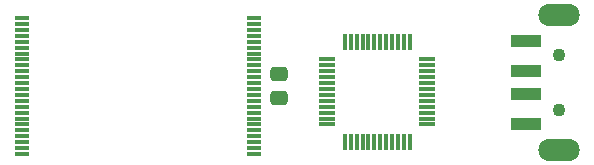
<source format=gbr>
%TF.GenerationSoftware,KiCad,Pcbnew,(6.0.5)*%
%TF.CreationDate,2023-05-24T20:51:29+03:00*%
%TF.ProjectId,USB_MASS_STORAGE_DEVICE,5553425f-4d41-4535-935f-53544f524147,rev?*%
%TF.SameCoordinates,Original*%
%TF.FileFunction,Soldermask,Top*%
%TF.FilePolarity,Negative*%
%FSLAX46Y46*%
G04 Gerber Fmt 4.6, Leading zero omitted, Abs format (unit mm)*
G04 Created by KiCad (PCBNEW (6.0.5)) date 2023-05-24 20:51:29*
%MOMM*%
%LPD*%
G01*
G04 APERTURE LIST*
G04 Aperture macros list*
%AMRoundRect*
0 Rectangle with rounded corners*
0 $1 Rounding radius*
0 $2 $3 $4 $5 $6 $7 $8 $9 X,Y pos of 4 corners*
0 Add a 4 corners polygon primitive as box body*
4,1,4,$2,$3,$4,$5,$6,$7,$8,$9,$2,$3,0*
0 Add four circle primitives for the rounded corners*
1,1,$1+$1,$2,$3*
1,1,$1+$1,$4,$5*
1,1,$1+$1,$6,$7*
1,1,$1+$1,$8,$9*
0 Add four rect primitives between the rounded corners*
20,1,$1+$1,$2,$3,$4,$5,0*
20,1,$1+$1,$4,$5,$6,$7,0*
20,1,$1+$1,$6,$7,$8,$9,0*
20,1,$1+$1,$8,$9,$2,$3,0*%
G04 Aperture macros list end*
%ADD10R,1.275000X0.300000*%
%ADD11C,1.100000*%
%ADD12R,2.500000X1.100000*%
%ADD13O,3.500000X1.900000*%
%ADD14R,1.475000X0.300000*%
%ADD15R,0.300000X1.475000*%
%ADD16RoundRect,0.250000X0.475000X-0.337500X0.475000X0.337500X-0.475000X0.337500X-0.475000X-0.337500X0*%
G04 APERTURE END LIST*
D10*
%TO.C,K9GAG08U0E*%
X138238000Y-90375000D03*
X138238000Y-90875000D03*
X138238000Y-91375000D03*
X138238000Y-91875000D03*
X138238000Y-92375000D03*
X138238000Y-92875000D03*
X138238000Y-93375000D03*
X138238000Y-93875000D03*
X138238000Y-94375000D03*
X138238000Y-94875000D03*
X138238000Y-95375000D03*
X138238000Y-95875000D03*
X138238000Y-96375000D03*
X138238000Y-96875000D03*
X138238000Y-97375000D03*
X138238000Y-97875000D03*
X138238000Y-98375000D03*
X138238000Y-98875000D03*
X138238000Y-99375000D03*
X138238000Y-99875000D03*
X138238000Y-100375000D03*
X138238000Y-100875000D03*
X138238000Y-101375000D03*
X138238000Y-101875000D03*
X118562000Y-101875000D03*
X118562000Y-101375000D03*
X118562000Y-100875000D03*
X118562000Y-100375000D03*
X118562000Y-99875000D03*
X118562000Y-99375000D03*
X118562000Y-98875000D03*
X118562000Y-98375000D03*
X118562000Y-97875000D03*
X118562000Y-97375000D03*
X118562000Y-96875000D03*
X118562000Y-96375000D03*
X118562000Y-95875000D03*
X118562000Y-95375000D03*
X118562000Y-94875000D03*
X118562000Y-94375000D03*
X118562000Y-93875000D03*
X118562000Y-93375000D03*
X118562000Y-92875000D03*
X118562000Y-92375000D03*
X118562000Y-91875000D03*
X118562000Y-91375000D03*
X118562000Y-90875000D03*
X118562000Y-90375000D03*
%TD*%
D11*
%TO.C,REF\u002A\u002A*%
X164050000Y-98125000D03*
X164050000Y-93525000D03*
D12*
X161300000Y-92325000D03*
X161300000Y-94825000D03*
X161300000Y-96825000D03*
X161300000Y-99325000D03*
D13*
X164050000Y-101525000D03*
X164050000Y-90125000D03*
%TD*%
D14*
%TO.C,ST72681*%
X144437000Y-99375000D03*
X144437000Y-98875000D03*
X144437000Y-98375000D03*
X144437000Y-97875000D03*
X144437000Y-97375000D03*
X144437000Y-96875000D03*
X144437000Y-96375000D03*
X144437000Y-95875000D03*
X144437000Y-95375000D03*
X144437000Y-94875000D03*
X144437000Y-94375000D03*
X144437000Y-93875000D03*
D15*
X145925000Y-92387000D03*
X146425000Y-92387000D03*
X146925000Y-92387000D03*
X147425000Y-92387000D03*
X147925000Y-92387000D03*
X148425000Y-92387000D03*
X148925000Y-92387000D03*
X149425000Y-92387000D03*
X149925000Y-92387000D03*
X150425000Y-92387000D03*
X150925000Y-92387000D03*
X151425000Y-92387000D03*
D14*
X152913000Y-93875000D03*
X152913000Y-94375000D03*
X152913000Y-94875000D03*
X152913000Y-95375000D03*
X152913000Y-95875000D03*
X152913000Y-96375000D03*
X152913000Y-96875000D03*
X152913000Y-97375000D03*
X152913000Y-97875000D03*
X152913000Y-98375000D03*
X152913000Y-98875000D03*
X152913000Y-99375000D03*
D15*
X151425000Y-100863000D03*
X150925000Y-100863000D03*
X150425000Y-100863000D03*
X149925000Y-100863000D03*
X149425000Y-100863000D03*
X148925000Y-100863000D03*
X148425000Y-100863000D03*
X147925000Y-100863000D03*
X147425000Y-100863000D03*
X146925000Y-100863000D03*
X146425000Y-100863000D03*
X145925000Y-100863000D03*
%TD*%
D16*
%TO.C,100nF*%
X140375000Y-95087500D03*
X140375000Y-97162500D03*
%TD*%
M02*

</source>
